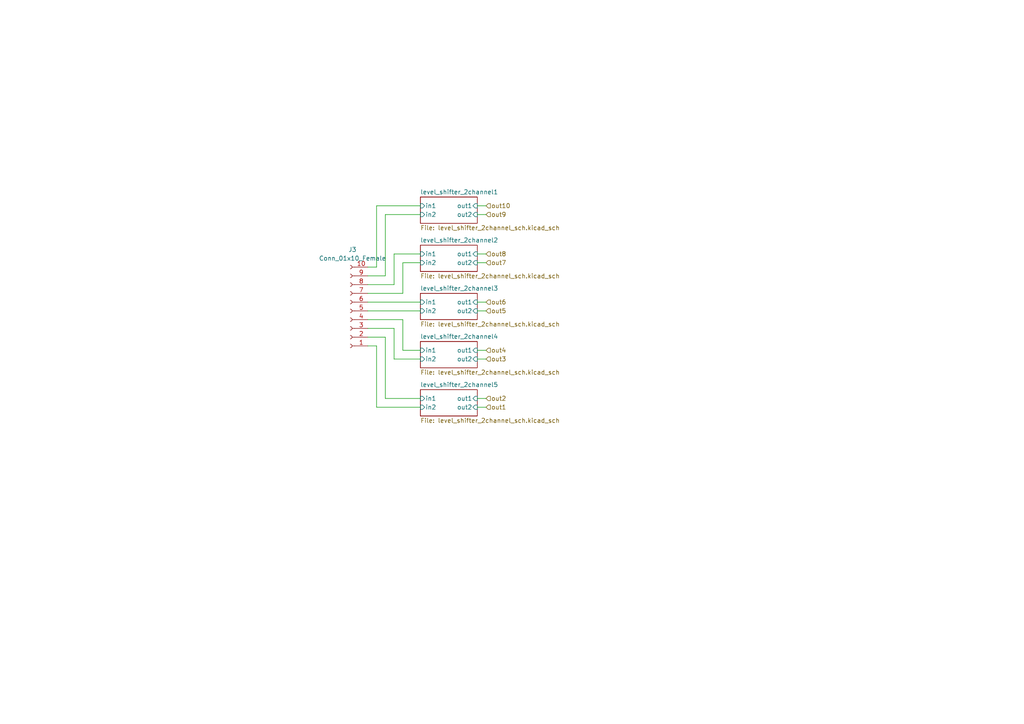
<source format=kicad_sch>
(kicad_sch (version 20211123) (generator eeschema)
  (paper "A4")
  (lib_symbols
    (symbol "Connector:Conn_01x10_Female" (pin_names (offset 1.016) hide)
      (property "Reference" "J" (at 0 12.7 0))
      (property "Value" "Conn_01x10_Female" (at 0 -15.24 0))
      (symbol "Conn_01x10_Female_1_1"
        (arc (start 0 -12.192) (mid -0.508 -12.7) (end 0 -13.208) (stroke (width 0.1524)))
        (arc (start 0 -9.652) (mid -0.508 -10.16) (end 0 -10.668) (stroke (width 0.1524)))
        (arc (start 0 -7.112) (mid -0.508 -7.62) (end 0 -8.128) (stroke (width 0.1524)))
        (arc (start 0 -4.572) (mid -0.508 -5.08) (end 0 -5.588) (stroke (width 0.1524)))
        (arc (start 0 -2.032) (mid -0.508 -2.54) (end 0 -3.048) (stroke (width 0.1524)))
        (polyline (pts (xy -1.27 -12.7) (xy -0.508 -12.7)) (stroke (width 0.1524)))
        (polyline (pts (xy -1.27 -10.16) (xy -0.508 -10.16)) (stroke (width 0.1524)))
        (polyline (pts (xy -1.27 -7.62) (xy -0.508 -7.62)) (stroke (width 0.1524)))
        (polyline (pts (xy -1.27 -5.08) (xy -0.508 -5.08)) (stroke (width 0.1524)))
        (polyline (pts (xy -1.27 -2.54) (xy -0.508 -2.54)) (stroke (width 0.1524)))
        (polyline (pts (xy -1.27 0) (xy -0.508 0)) (stroke (width 0.1524)))
        (polyline (pts (xy -1.27 2.54) (xy -0.508 2.54)) (stroke (width 0.1524)))
        (polyline (pts (xy -1.27 5.08) (xy -0.508 5.08)) (stroke (width 0.1524)))
        (polyline (pts (xy -1.27 7.62) (xy -0.508 7.62)) (stroke (width 0.1524)))
        (polyline (pts (xy -1.27 10.16) (xy -0.508 10.16)) (stroke (width 0.1524)))
        (arc (start 0 0.508) (mid -0.508 0) (end 0 -0.508) (stroke (width 0.1524)))
        (arc (start 0 3.048) (mid -0.508 2.54) (end 0 2.032) (stroke (width 0.1524)))
        (arc (start 0 5.588) (mid -0.508 5.08) (end 0 4.572) (stroke (width 0.1524)))
        (arc (start 0 8.128) (mid -0.508 7.62) (end 0 7.112) (stroke (width 0.1524)))
        (arc (start 0 10.668) (mid -0.508 10.16) (end 0 9.652) (stroke (width 0.1524)))
        (pin passive line (at -5.08 10.16 0) (length 3.81) (name "Pin_1") (number "1"))
        (pin passive line (at -5.08 -12.7 0) (length 3.81) (name "Pin_10") (number "10"))
        (pin passive line (at -5.08 7.62 0) (length 3.81) (name "Pin_2") (number "2"))
        (pin passive line (at -5.08 5.08 0) (length 3.81) (name "Pin_3") (number "3"))
        (pin passive line (at -5.08 2.54 0) (length 3.81) (name "Pin_4") (number "4"))
        (pin passive line (at -5.08 0 0) (length 3.81) (name "Pin_5") (number "5"))
        (pin passive line (at -5.08 -2.54 0) (length 3.81) (name "Pin_6") (number "6"))
        (pin passive line (at -5.08 -5.08 0) (length 3.81) (name "Pin_7") (number "7"))
        (pin passive line (at -5.08 -7.62 0) (length 3.81) (name "Pin_8") (number "8"))
        (pin passive line (at -5.08 -10.16 0) (length 3.81) (name "Pin_9") (number "9"))
      )
    )
  )
  (wire (pts (xy 116.84 92.71) (xy 116.84 101.6)))
  (wire (pts (xy 138.43 59.69) (xy 140.97 59.69)))
  (wire (pts (xy 121.92 118.11) (xy 109.22 118.11)))
  (wire (pts (xy 138.43 62.23) (xy 140.97 62.23)))
  (wire (pts (xy 138.43 73.66) (xy 140.97 73.66)))
  (wire (pts (xy 114.3 73.66) (xy 114.3 82.55)))
  (wire (pts (xy 109.22 77.47) (xy 109.22 59.69)))
  (wire (pts (xy 138.43 104.14) (xy 140.97 104.14)))
  (wire (pts (xy 114.3 104.14) (xy 114.3 95.25)))
  (wire (pts (xy 138.43 101.6) (xy 140.97 101.6)))
  (wire (pts (xy 138.43 118.11) (xy 140.97 118.11)))
  (wire (pts (xy 109.22 100.33) (xy 106.68 100.33)))
  (wire (pts (xy 106.68 90.17) (xy 121.92 90.17)))
  (wire (pts (xy 106.68 92.71) (xy 116.84 92.71)))
  (wire (pts (xy 116.84 76.2) (xy 116.84 85.09)))
  (wire (pts (xy 116.84 85.09) (xy 106.68 85.09)))
  (wire (pts (xy 121.92 76.2) (xy 116.84 76.2)))
  (wire (pts (xy 138.43 90.17) (xy 140.97 90.17)))
  (wire (pts (xy 111.76 62.23) (xy 111.76 80.01)))
  (wire (pts (xy 121.92 73.66) (xy 114.3 73.66)))
  (wire (pts (xy 121.92 62.23) (xy 111.76 62.23)))
  (wire (pts (xy 116.84 101.6) (xy 121.92 101.6)))
  (wire (pts (xy 111.76 115.57) (xy 121.92 115.57)))
  (wire (pts (xy 138.43 87.63) (xy 140.97 87.63)))
  (wire (pts (xy 106.68 77.47) (xy 109.22 77.47)))
  (wire (pts (xy 109.22 118.11) (xy 109.22 100.33)))
  (wire (pts (xy 111.76 80.01) (xy 106.68 80.01)))
  (wire (pts (xy 121.92 104.14) (xy 114.3 104.14)))
  (wire (pts (xy 109.22 59.69) (xy 121.92 59.69)))
  (wire (pts (xy 138.43 76.2) (xy 140.97 76.2)))
  (wire (pts (xy 138.43 115.57) (xy 140.97 115.57)))
  (wire (pts (xy 111.76 97.79) (xy 111.76 115.57)))
  (wire (pts (xy 106.68 87.63) (xy 121.92 87.63)))
  (wire (pts (xy 114.3 82.55) (xy 106.68 82.55)))
  (wire (pts (xy 106.68 97.79) (xy 111.76 97.79)))
  (wire (pts (xy 114.3 95.25) (xy 106.68 95.25)))
  (hierarchical_label "out5" (shape input) (at 140.97 90.17 0))
  (hierarchical_label "out6" (shape input) (at 140.97 87.63 0))
  (hierarchical_label "out3" (shape input) (at 140.97 104.14 0))
  (hierarchical_label "out8" (shape input) (at 140.97 73.66 0))
  (hierarchical_label "out7" (shape input) (at 140.97 76.2 0))
  (hierarchical_label "out10" (shape input) (at 140.97 59.69 0))
  (hierarchical_label "out1" (shape input) (at 140.97 118.11 0))
  (hierarchical_label "out9" (shape input) (at 140.97 62.23 0))
  (hierarchical_label "out2" (shape input) (at 140.97 115.57 0))
  (hierarchical_label "out4" (shape input) (at 140.97 101.6 0))
  (symbol (lib_id "Connector:Conn_01x10_Female") (at 101.6 90.17 180) (unit 1)
    (property "Reference" "J3" (at 102.235 72.39 0))
    (property "Value" "Conn_01x10_Female" (at 102.235 74.93 0))
    (property "Footprint" "Connector_PinSocket_2.54mm:PinSocket_1x10_P2.54mm_Vertical" (effects hide))
  )
  (sheet (at 121.92 85.09) (size 16.51 7.62) (stroke (width 0.1524))
    (property "Sheet name" "level_shifter_2channel3" (at 121.92 84.3784 0) (effects (justify left bottom)))
    (property "Sheet file" "level_shifter_2channel_sch.kicad_sch" (at 121.92 93.2946 0) (effects (justify left top)))
    (pin "out2" input (at 138.43 90.17 0))
    (pin "out1" input (at 138.43 87.63 0))
    (pin "in1" input (at 121.92 87.63 180))
    (pin "in2" input (at 121.92 90.17 180))
  )
  (sheet (at 121.92 99.06) (size 16.51 7.62) (stroke (width 0.1524))
    (property "Sheet name" "level_shifter_2channel4" (at 121.92 98.3484 0) (effects (justify left bottom)))
    (property "Sheet file" "level_shifter_2channel_sch.kicad_sch" (at 121.92 107.2646 0) (effects (justify left top)))
    (pin "out2" input (at 138.43 104.14 0))
    (pin "out1" input (at 138.43 101.6 0))
    (pin "in1" input (at 121.92 101.6 180))
    (pin "in2" input (at 121.92 104.14 180))
  )
  (sheet (at 121.92 57.15) (size 16.51 7.62) (stroke (width 0.1524))
    (property "Sheet name" "level_shifter_2channel1" (at 121.92 56.4384 0) (effects (justify left bottom)))
    (property "Sheet file" "level_shifter_2channel_sch.kicad_sch" (at 121.92 65.3546 0) (effects (justify left top)))
    (pin "out2" input (at 138.43 62.23 0))
    (pin "out1" input (at 138.43 59.69 0))
    (pin "in1" input (at 121.92 59.69 180))
    (pin "in2" input (at 121.92 62.23 180))
  )
  (sheet (at 121.92 113.03) (size 16.51 7.62) (stroke (width 0.1524))
    (property "Sheet name" "level_shifter_2channel5" (at 121.92 112.3184 0) (effects (justify left bottom)))
    (property "Sheet file" "level_shifter_2channel_sch.kicad_sch" (at 121.92 121.2346 0) (effects (justify left top)))
    (pin "out2" input (at 138.43 118.11 0))
    (pin "out1" input (at 138.43 115.57 0))
    (pin "in1" input (at 121.92 115.57 180))
    (pin "in2" input (at 121.92 118.11 180))
  )
  (sheet (at 121.92 71.12) (size 16.51 7.62) (stroke (width 0.1524))
    (property "Sheet name" "level_shifter_2channel2" (at 121.92 70.4084 0) (effects (justify left bottom)))
    (property "Sheet file" "level_shifter_2channel_sch.kicad_sch" (at 121.92 79.3246 0) (effects (justify left top)))
    (pin "out2" input (at 138.43 76.2 0))
    (pin "out1" input (at 138.43 73.66 0))
    (pin "in1" input (at 121.92 73.66 180))
    (pin "in2" input (at 121.92 76.2 180))
  )
)
</source>
